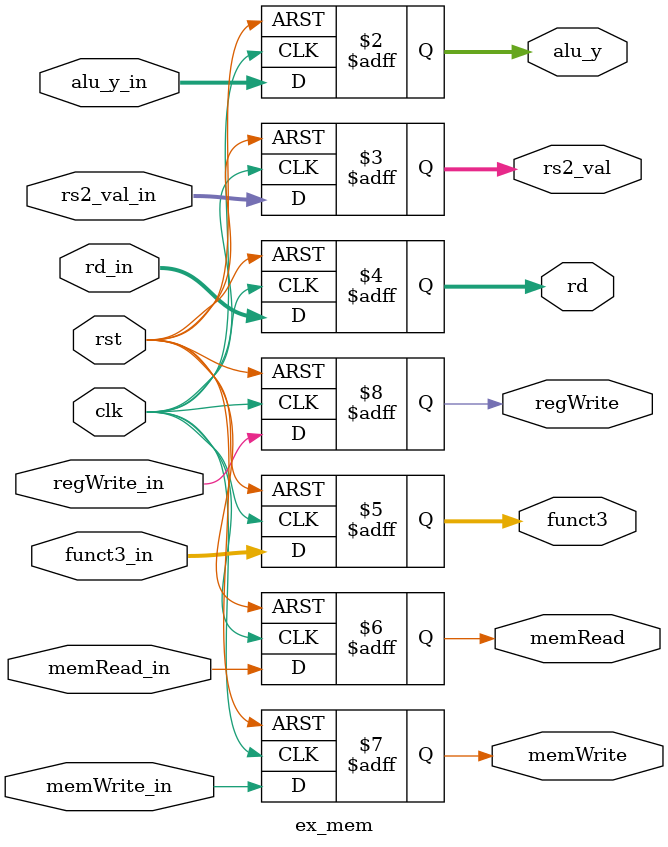
<source format=sv>
module ex_mem(
    input  logic        clk, rst,
    input  logic [31:0] alu_y_in, rs2_val_in,
    input  logic [4:0]  rd_in,
    input  logic [2:0]  funct3_in,
    input  logic        memRead_in, memWrite_in, regWrite_in,
    output logic [31:0] alu_y, rs2_val,
    output logic [4:0]  rd,
    output logic [2:0]  funct3,
    output logic        memRead, memWrite, regWrite
);
    always_ff @(posedge clk or posedge rst) begin
        if (rst) begin
            alu_y<=0; rs2_val<=0; rd<=0; funct3<=0; memRead<=0; memWrite<=0; regWrite<=0;
        end else begin
            alu_y<=alu_y_in; rs2_val<=rs2_val_in; rd<=rd_in; funct3<=funct3_in;
            memRead<=memRead_in; memWrite<=memWrite_in; regWrite<=regWrite_in;
        end
    end
endmodule


</source>
